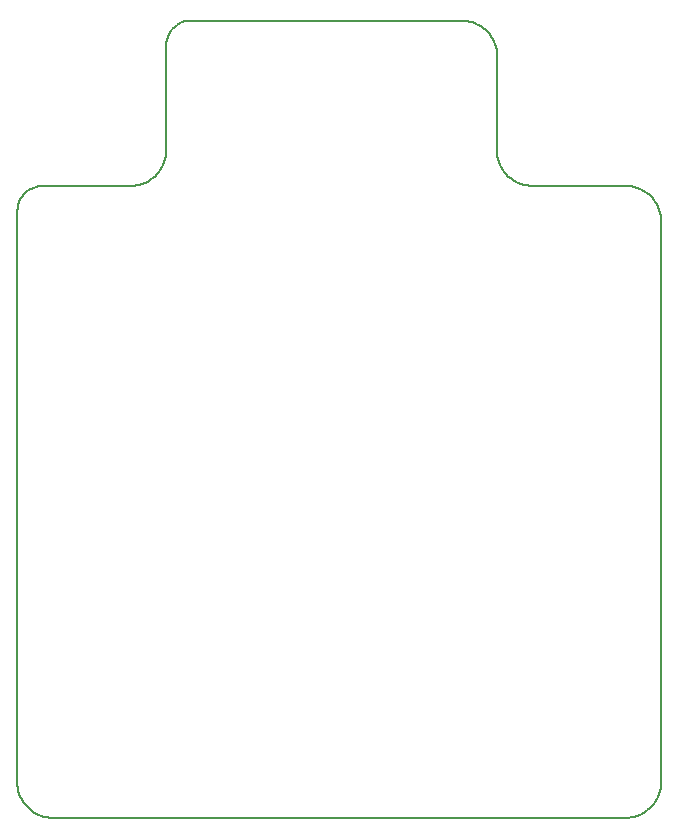
<source format=gm1>
G04*
G04 #@! TF.GenerationSoftware,Altium Limited,Altium Designer,22.4.2 (48)*
G04*
G04 Layer_Color=16711935*
%FSLAX44Y44*%
%MOMM*%
G71*
G04*
G04 #@! TF.SameCoordinates,AE55E6FE-B37C-48CA-A5CC-AE0976963D19*
G04*
G04*
G04 #@! TF.FilePolarity,Positive*
G04*
G01*
G75*
%ADD19C,0.2032*%
D19*
X406086Y565073D02*
X406189Y562589D01*
X406496Y560122D01*
X407006Y557689D01*
X407716Y555307D01*
X408619Y552991D01*
X409711Y550757D01*
X410984Y548622D01*
X412428Y546599D01*
X414035Y544702D01*
X415793Y542944D01*
X417690Y541337D01*
X419713Y539893D01*
X421848Y538620D01*
X424082Y537528D01*
X426398Y536625D01*
X428780Y535915D01*
X431213Y535405D01*
X433680Y535098D01*
X436164Y534995D01*
X406086Y644998D02*
X405983Y647476D01*
X405676Y649936D01*
X405167Y652363D01*
X404460Y654740D01*
X403558Y657050D01*
X402469Y659278D01*
X401200Y661408D01*
X399759Y663426D01*
X398156Y665319D01*
X396403Y667072D01*
X394510Y668675D01*
X392492Y670116D01*
X390362Y671385D01*
X388134Y672474D01*
X385824Y673376D01*
X383447Y674083D01*
X381020Y674592D01*
X378560Y674899D01*
X376082Y675001D01*
X514984Y1D02*
X517463Y103D01*
X519925Y410D01*
X522353Y919D01*
X524731Y1627D01*
X527043Y2529D01*
X529271Y3619D01*
X531403Y4889D01*
X533422Y6330D01*
X535315Y7934D01*
X537070Y9688D01*
X538673Y11581D01*
X540115Y13600D01*
X541385Y15732D01*
X542474Y17961D01*
X543376Y20272D01*
X544084Y22650D01*
X544593Y25078D01*
X544900Y27540D01*
X545003Y30019D01*
X545003Y504993D02*
X544900Y507470D01*
X544593Y509931D01*
X544085Y512358D01*
X543377Y514734D01*
X542476Y517044D01*
X541386Y519272D01*
X540117Y521402D01*
X538676Y523420D01*
X537074Y525313D01*
X535320Y527066D01*
X533428Y528669D01*
X531410Y530109D01*
X529280Y531379D01*
X527052Y532468D01*
X524742Y533369D01*
X522366Y534077D01*
X519939Y534586D01*
X517478Y534892D01*
X515000Y534995D01*
X147201Y675001D02*
X144643Y674847D01*
X142123Y674385D01*
X139678Y673623D01*
X137341Y672571D01*
X135149Y671246D01*
X133132Y669666D01*
X131321Y667855D01*
X129741Y665838D01*
X128415Y663645D01*
X127364Y661309D01*
X126602Y658863D01*
X126140Y656343D01*
X125985Y653786D01*
X95967Y534995D02*
X98446Y535097D01*
X100907Y535404D01*
X103336Y535913D01*
X105714Y536621D01*
X108025Y537523D01*
X110254Y538613D01*
X112385Y539883D01*
X114404Y541325D01*
X116298Y542928D01*
X118052Y544682D01*
X119655Y546576D01*
X121097Y548595D01*
X122367Y550726D01*
X123457Y552955D01*
X124359Y555266D01*
X125066Y557644D01*
X125576Y560072D01*
X125883Y562534D01*
X125985Y565013D01*
X2Y30039D02*
X105Y27558D01*
X412Y25094D01*
X922Y22665D01*
X1630Y20285D01*
X2532Y17973D01*
X3623Y15742D01*
X4894Y13609D01*
X6336Y11589D01*
X7941Y9694D01*
X9696Y7939D01*
X11591Y6334D01*
X13611Y4892D01*
X15744Y3621D01*
X17974Y2531D01*
X20287Y1628D01*
X22666Y920D01*
X25096Y410D01*
X27560Y103D01*
X30040Y1D01*
X21261Y534995D02*
X18699Y534840D01*
X16173Y534377D01*
X13723Y533613D01*
X11382Y532560D01*
X9185Y531232D01*
X7164Y529648D01*
X5349Y527833D01*
X3765Y525812D01*
X2437Y523615D01*
X1384Y521275D01*
X620Y518824D01*
X157Y516299D01*
X2Y513736D01*
X406086Y644997D02*
X406086Y565073D01*
X147201Y675001D02*
X376082D01*
X545003Y30019D02*
Y504992D01*
X436164Y534995D02*
X515000D01*
X125985Y565013D02*
X125985Y653786D01*
X21261Y534995D02*
X95967D01*
X30040Y1D02*
X514984D01*
X2Y30039D02*
Y513736D01*
X406086Y565073D02*
X406189Y562589D01*
X406496Y560122D01*
X407006Y557689D01*
X407716Y555307D01*
X408619Y552991D01*
X409711Y550757D01*
X410984Y548622D01*
X412428Y546599D01*
X414035Y544702D01*
X415793Y542944D01*
X417690Y541337D01*
X419713Y539893D01*
X421848Y538620D01*
X424082Y537528D01*
X426398Y536625D01*
X428780Y535915D01*
X431213Y535405D01*
X433680Y535098D01*
X436164Y534995D01*
X406086Y644998D02*
X405983Y647476D01*
X405676Y649936D01*
X405167Y652363D01*
X404460Y654740D01*
X403558Y657050D01*
X402469Y659278D01*
X401200Y661408D01*
X399759Y663426D01*
X398156Y665319D01*
X396403Y667072D01*
X394510Y668675D01*
X392492Y670116D01*
X390362Y671385D01*
X388134Y672474D01*
X385824Y673376D01*
X383447Y674083D01*
X381020Y674592D01*
X378560Y674899D01*
X376082Y675001D01*
X514984Y1D02*
X517463Y103D01*
X519925Y410D01*
X522353Y919D01*
X524731Y1627D01*
X527043Y2529D01*
X529271Y3619D01*
X531403Y4889D01*
X533422Y6330D01*
X535315Y7934D01*
X537070Y9688D01*
X538673Y11581D01*
X540115Y13600D01*
X541385Y15732D01*
X542474Y17961D01*
X543376Y20272D01*
X544084Y22650D01*
X544593Y25078D01*
X544900Y27540D01*
X545003Y30019D01*
X545003Y504993D02*
X544900Y507470D01*
X544593Y509931D01*
X544085Y512358D01*
X543377Y514734D01*
X542476Y517044D01*
X541386Y519272D01*
X540117Y521402D01*
X538676Y523420D01*
X537074Y525313D01*
X535320Y527066D01*
X533428Y528669D01*
X531410Y530109D01*
X529280Y531379D01*
X527052Y532468D01*
X524742Y533369D01*
X522366Y534077D01*
X519939Y534586D01*
X517478Y534892D01*
X515000Y534995D01*
X147201Y675001D02*
X144643Y674847D01*
X142123Y674385D01*
X139678Y673623D01*
X137341Y672571D01*
X135149Y671246D01*
X133132Y669666D01*
X131321Y667855D01*
X129741Y665838D01*
X128415Y663645D01*
X127364Y661309D01*
X126602Y658863D01*
X126140Y656343D01*
X125985Y653786D01*
X95967Y534995D02*
X98446Y535097D01*
X100907Y535404D01*
X103336Y535913D01*
X105714Y536621D01*
X108025Y537523D01*
X110254Y538613D01*
X112385Y539883D01*
X114404Y541325D01*
X116298Y542928D01*
X118052Y544682D01*
X119655Y546576D01*
X121097Y548595D01*
X122367Y550726D01*
X123457Y552955D01*
X124359Y555266D01*
X125066Y557644D01*
X125576Y560072D01*
X125883Y562534D01*
X125985Y565013D01*
X2Y30039D02*
X105Y27558D01*
X412Y25094D01*
X922Y22665D01*
X1630Y20285D01*
X2532Y17973D01*
X3623Y15742D01*
X4894Y13609D01*
X6336Y11589D01*
X7941Y9694D01*
X9696Y7939D01*
X11591Y6334D01*
X13611Y4892D01*
X15744Y3621D01*
X17974Y2531D01*
X20287Y1628D01*
X22666Y920D01*
X25096Y410D01*
X27560Y103D01*
X30040Y1D01*
X21261Y534995D02*
X18699Y534840D01*
X16173Y534377D01*
X13723Y533613D01*
X11382Y532560D01*
X9185Y531232D01*
X7164Y529648D01*
X5349Y527833D01*
X3765Y525812D01*
X2437Y523615D01*
X1384Y521275D01*
X620Y518824D01*
X157Y516299D01*
X2Y513736D01*
X406086Y644997D02*
X406086Y565073D01*
X147201Y675001D02*
X376082D01*
X545003Y30019D02*
Y504992D01*
X436164Y534995D02*
X515000D01*
X125985Y565013D02*
X125985Y653786D01*
X21261Y534995D02*
X95967D01*
X30040Y1D02*
X514984D01*
X2Y30039D02*
Y513736D01*
M02*

</source>
